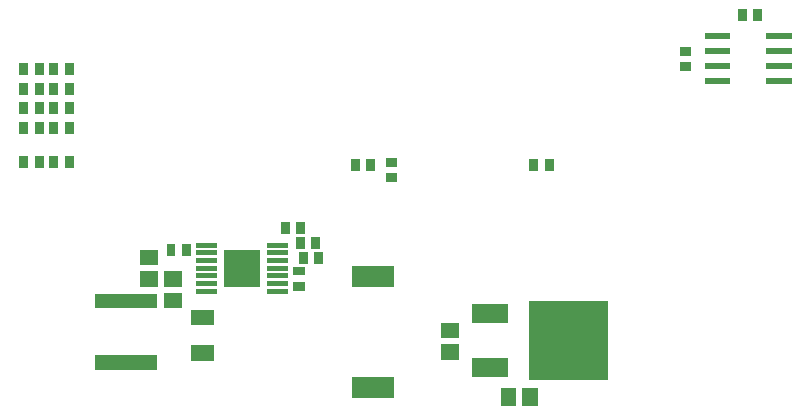
<source format=gbr>
G04 start of page 11 for group -4014 idx -4014 *
G04 Title: control, bottompaste *
G04 Creator: pcb 20140316 *
G04 CreationDate: Thu 08 Jun 2017 03:46:08 AM GMT UTC *
G04 For: brian *
G04 Format: Gerber/RS-274X *
G04 PCB-Dimensions (mil): 6000.00 5000.00 *
G04 PCB-Coordinate-Origin: lower left *
%MOIN*%
%FSLAX25Y25*%
%LNBOTTOMPASTE*%
%ADD93R,0.0473X0.0473*%
%ADD92R,0.0700X0.0700*%
%ADD91R,0.0512X0.0512*%
%ADD90R,0.0200X0.0200*%
%ADD89R,0.1181X0.1181*%
%ADD88R,0.0165X0.0165*%
%ADD87R,0.0630X0.0630*%
%ADD86C,0.0001*%
%ADD85R,0.0295X0.0295*%
G54D85*X262059Y147992D02*Y147008D01*
X256941Y147992D02*Y147008D01*
G54D86*G36*
X255311Y102289D02*Y75911D01*
X281689D01*
Y102289D01*
X255311D01*
G37*
G54D87*X239563Y80045D02*X245075D01*
X239563Y98155D02*X245075D01*
G54D85*X141159Y119792D02*Y118808D01*
X136041Y119792D02*Y118808D01*
X180200Y117192D02*Y116208D01*
X185318Y117192D02*Y116208D01*
X184259Y122192D02*Y121208D01*
X179141Y122192D02*Y121208D01*
X179259Y127192D02*Y126208D01*
X174141Y127192D02*Y126208D01*
G54D88*X145330Y105523D02*X150684D01*
X145330Y108082D02*X150684D01*
X145330Y110641D02*X150684D01*
X145330Y113200D02*X150684D01*
X145330Y115759D02*X150684D01*
X145330Y118318D02*X150684D01*
X145330Y120877D02*X150684D01*
X168716D02*X174070D01*
X168716Y118318D02*X174070D01*
X168716Y115759D02*X174070D01*
X168716Y113200D02*X174070D01*
X168716Y110641D02*X174070D01*
X168716Y108082D02*X174070D01*
X168716Y105523D02*X174070D01*
G54D89*X159700Y113397D02*Y113003D01*
G54D85*X178208Y112259D02*X179192D01*
X178208Y107141D02*X179192D01*
G54D90*X315000Y175500D02*X321500D01*
X315000Y180500D02*X321500D01*
X315000Y185500D02*X321500D01*
X315000Y190500D02*X321500D01*
X335500D02*X342000D01*
X335500Y185500D02*X342000D01*
X335500Y180500D02*X342000D01*
X335500Y175500D02*X342000D01*
G54D85*X331559Y197992D02*Y197008D01*
X326441Y197992D02*Y197008D01*
X307008Y185559D02*X307992D01*
X307008Y180441D02*X307992D01*
X209008Y148559D02*X209992D01*
X209008Y143441D02*X209992D01*
X202559Y147992D02*Y147008D01*
X197441Y147992D02*Y147008D01*
X96941Y148992D02*Y148008D01*
X102059Y148992D02*Y148008D01*
X96941Y160492D02*Y159508D01*
X102059Y160492D02*Y159508D01*
X96941Y166992D02*Y166008D01*
X102059Y166992D02*Y166008D01*
X96941Y173492D02*Y172508D01*
X102059Y173492D02*Y172508D01*
X96941Y179992D02*Y179008D01*
X102059Y179992D02*Y179008D01*
X92059Y148992D02*Y148008D01*
X86941Y148992D02*Y148008D01*
X92059Y160492D02*Y159508D01*
X86941Y160492D02*Y159508D01*
X92059Y166992D02*Y166008D01*
X86941Y166992D02*Y166008D01*
X92059Y173492D02*Y172508D01*
X86941Y173492D02*Y172508D01*
X92059Y179992D02*Y179008D01*
X86941Y179992D02*Y179008D01*
G54D91*X145319Y84995D02*X147681D01*
X145319Y96805D02*X147681D01*
X136207Y109600D02*X136993D01*
X136207Y102514D02*X136993D01*
X128207Y109614D02*X128993D01*
X128207Y116700D02*X128993D01*
X255643Y70593D02*Y69807D01*
X248557Y70593D02*Y69807D01*
X228707Y92343D02*X229493D01*
X228707Y85257D02*X229493D01*
G54D92*X199900Y110500D02*X206900D01*
X199900Y73500D02*X206900D01*
G54D93*X113126Y102236D02*X128874D01*
X113126Y81764D02*X128874D01*
M02*

</source>
